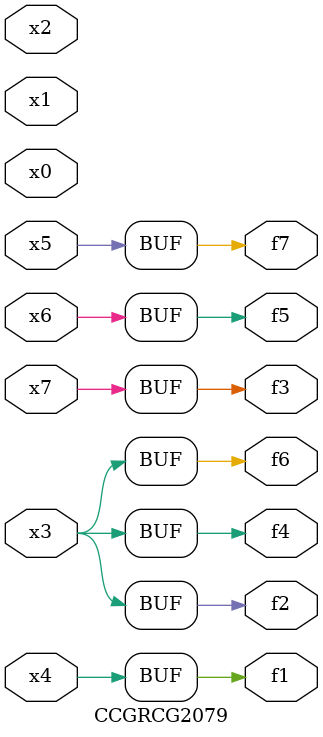
<source format=v>
module CCGRCG2079(
	input x0, x1, x2, x3, x4, x5, x6, x7,
	output f1, f2, f3, f4, f5, f6, f7
);
	assign f1 = x4;
	assign f2 = x3;
	assign f3 = x7;
	assign f4 = x3;
	assign f5 = x6;
	assign f6 = x3;
	assign f7 = x5;
endmodule

</source>
